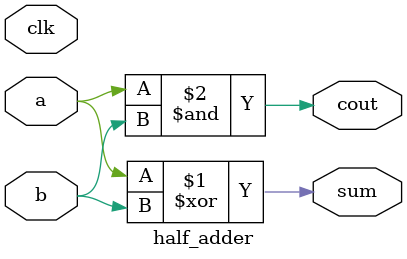
<source format=v>
module half_adder(a, b, clk, sum, cout);
    input a, b, clk;
    output sum, cout;   
    
    assign sum = a ^ b;
    assign cout = a & b;
    
endmodule

</source>
